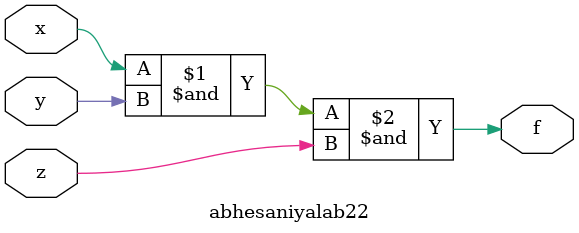
<source format=v>
module abhesaniyalab22 (x,y,z,f);
input x,y,z;
output f;
assign f = x & y & z;

endmodule

</source>
